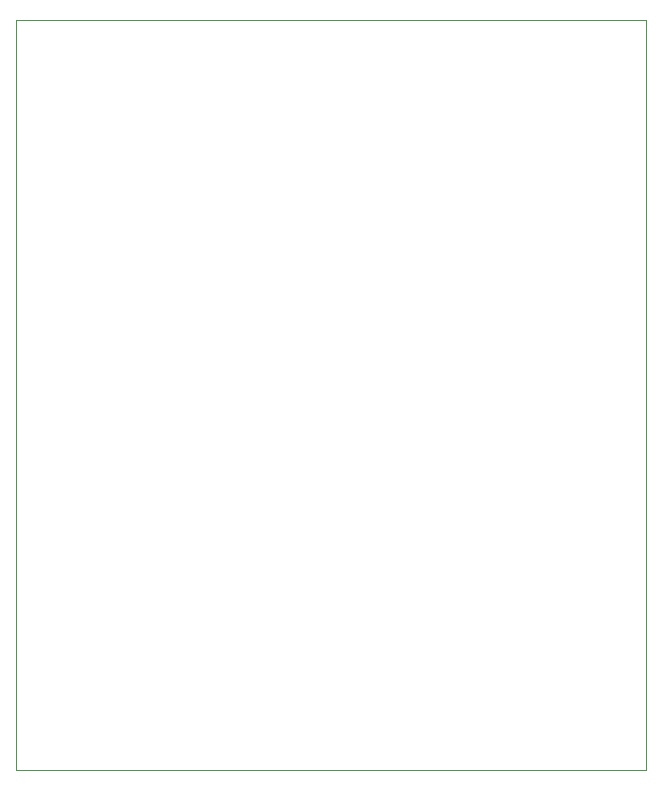
<source format=gbr>
%TF.GenerationSoftware,KiCad,Pcbnew,7.0.7*%
%TF.CreationDate,2023-09-14T15:53:42-04:00*%
%TF.ProjectId,Heater_South_DCT_HSK,48656174-6572-45f5-936f-7574685f4443,rev?*%
%TF.SameCoordinates,Original*%
%TF.FileFunction,Other,User*%
%FSLAX46Y46*%
G04 Gerber Fmt 4.6, Leading zero omitted, Abs format (unit mm)*
G04 Created by KiCad (PCBNEW 7.0.7) date 2023-09-14 15:53:42*
%MOMM*%
%LPD*%
G01*
G04 APERTURE LIST*
%TA.AperFunction,Profile*%
%ADD10C,0.100000*%
%TD*%
G04 APERTURE END LIST*
D10*
X101600000Y-50800000D02*
X154940000Y-50800000D01*
X154940000Y-114300000D01*
X101600000Y-114300000D01*
X101600000Y-50800000D01*
M02*

</source>
